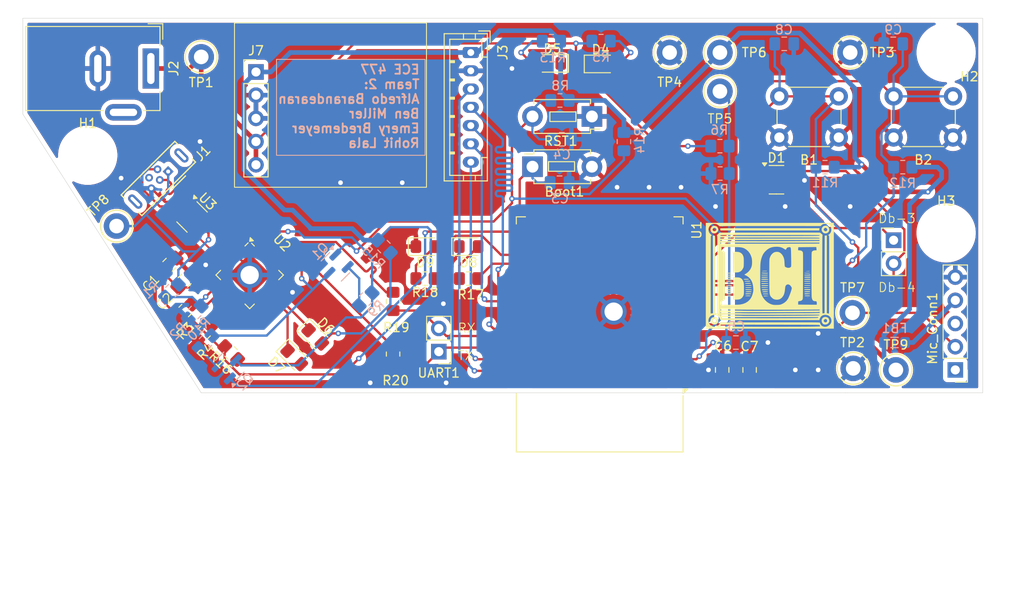
<source format=kicad_pcb>
(kicad_pcb (version 20240108) (generator "pcbnew") (generator_version "8.0")
  (layers (0 "F.Cu" signal) (31 "B.Cu" signal) (34 "B.Paste" user) (35 "F.Paste" user) (36 "B.SilkS" user "B.Silkscreen") (37 "F.SilkS" user "F.Silkscreen") (38 "B.Mask" user) (39 "F.Mask" user) (44 "Edge.Cuts" user))
  (net 0 "")
  (net 1 "+3.3V")
  (net 2 "/IO0")
  (net 3 "/EN")
  (net 4 "/Button1")
  (net 5 "/Button2")
  (net 6 "V_BUS")
  (net 7 "/USB_DP")
  (net 8 "/USB_DN")
  (net 9 "Net-(D4-A)")
  (net 10 "Net-(D5-A)")
  (net 11 "Net-(D6-A)")
  (net 12 "/TXT")
  (net 13 "Net-(D7-A)")
  (net 14 "/RXT")
  (net 15 "Net-(D8-A)")
  (net 16 "Net-(D9-A)")
  (net 20 "Gnd_Bat")
  (net 21 "Vbat")
  (net 22 "/O_CLK")
  (net 23 "/O_DC")
  (net 24 "/O_RST")
  (net 25 "/O_DIN")
  (net 26 "/O_CS")
  (net 27 "/Mic_In")
  (net 28 "/TX")
  (net 29 "/RX")
  (net 30 "/Debug_4")
  (net 31 "/Debug_3")
  (net 32 "Net-(Q1-B)")
  (net 33 "/RTS")
  (net 34 "/DTR")
  (net 35 "Net-(Q2-B)")
  (net 36 "Net-(U2-VBUS)")
  (net 37 "Net-(U2-~{RST})")
  (net 38 "Net-(U2-~{SUSPEND})")
  (net 39 "BAT_ADC")
  (net 40 "/Debug_1")
  (net 41 "/Debug_2")
  (net 42 "Net-(U2-TXD)")
  (net 43 "Net-(U2-RXD)")
  (net 75 "Net-(J1-D+)")
  (net 76 "Net-(J1-D-)")
  (net 77 "Vmic")
  (footprint "Capacitor_SMD:C_0805_2012Metric_Pad1.18x1.45mm_HandSolder" (layer "F.Cu") (at 179.5 88 90)
    (property "Reference" "C7")
    (property "Value" "22uF")
  )
  (footprint "Resistor_SMD:R_0805_2012Metric_Pad1.20x1.40mm_HandSolder" (layer "F.Cu") (at 148.75 78 180)
    (property "Reference" "R17")
    (property "Value" "220")
  )
  (footprint "LED_SMD:LED_0805_2012Metric_Pad1.15x1.40mm_HandSolder" (layer "F.Cu") (at 157.815 54.44 180)
    (property "Reference" "D5")
    (property "Value" "Power LED")
  )
  (footprint "Connector_PinHeader_2.54mm:PinHeader_1x05_P2.54mm_Vertical" (layer "F.Cu") (at 125.5 55.38)
    (property "Reference" "J7")
    (property "Value" "D30V30F3")
  )
  (footprint "Button_Switch_THT:SW_PUSH_1P1T_6x3.5mm_H4.3_APEM_MJTP1243" (layer "F.Cu") (at 155.75 65.75)
    (property "Reference" "Boot1")
    (property "Value" "Boot Button")
  )
  (footprint "RF_Module:ESP32-WROOM-32D" (layer "F.Cu") (at 163.1 81.12 180)
    (property "Reference" "U1")
    (property "Value" "ESP32-WROOM-32E")
  )
  (footprint "LED_SMD:LED_0805_2012Metric_Pad1.15x1.40mm_HandSolder" (layer "F.Cu") (at 148.775 74.5)
    (property "Reference" "D8")
    (property "Value" "RX_LED")
  )
  (footprint "Button_Switch_THT:SW_PUSH_6mm_H13mm" (layer "F.Cu") (at 195.25 58.05)
    (property "Reference" "B2")
    (property "Value" "Button 2")
  )
  (footprint "Package_DFN_QFN:QFN-28-1EP_5x5mm_P0.5mm_EP3.35x3.35mm" (layer "F.Cu") (at 124.810688 77.609995 -45)
    (property "Reference" "U2")
    (property "Value" "CP2102N-Axx-xQFN28")
  )
  (footprint "Resistor_SMD:R_0805_2012Metric_Pad1.20x1.40mm_HandSolder" (layer "F.Cu") (at 119.828428 83.914211 45)
    (property "Reference" "R4")
    (property "Value" "10k")
  )
  (footprint "Connector_BarrelJack:BarrelJack_Wuerth_6941xx301002" (layer "F.Cu") (at 114 55 -90)
    (property "Reference" "J2")
    (property "Value" "Barrel_Jack")
  )
  (footprint "TestPoint:TestPoint_Keystone_5010-5014_Multipurpose" (layer "F.Cu") (at 195.5 88)
    (property "Reference" "TP9")
    (property "Value" "Power")
  )
  (footprint "Connector_PinHeader_2.54mm:PinHeader_1x02_P2.54mm_Vertical" (layer "F.Cu") (at 145.5 86 180)
    (property "Reference" "UART1")
    (property "Value" "UART_Conn")
  )
  (footprint "TestPoint:TestPoint_Keystone_5010-5014_Multipurpose" (layer "F.Cu") (at 170.75 53.25)
    (property "Reference" "TP4")
    (property "Value" "GND 3")
  )
  (footprint "LED_SMD:LED_0805_2012Metric_Pad1.15x1.40mm_HandSolder" (layer "F.Cu") (at 163.275 54.5)
    (property "Reference" "D4")
    (property "Value" "Battery LED")
  )
  (footprint "TestPoint:TestPoint_Keystone_5010-5014_Multipurpose" (layer "F.Cu") (at 190.75 81.75)
    (property "Reference" "TP7")
    (property "Value" "Mic")
  )
  (footprint "Resistor_SMD:R_0805_2012Metric_Pad1.20x1.40mm_HandSolder" (layer "F.Cu") (at 117.75 81.5 -135)
    (property "Reference" "R3")
    (property "Value" "1k")
  )
  (footprint "LOGO" (layer "F.Cu") (at 181.71 77.68)
    (property "Reference" "G***" (hide yes))
    (property "Value" "LOGO" (hide yes))
  )
  (footprint "TestPoint:TestPoint_Keystone_5010-5014_Multipurpose" (layer "F.Cu") (at 119.51 53.73)
    (property "Reference" "TP1")
    (property "Value" "Bat TestPoint")
  )
  (footprint "Connector_PinHeader_2.54mm:PinHeader_1x02_P2.54mm_Vertical" (layer "F.Cu") (at 195.25 73.8)
    (property "Reference" "Debug1" (hide yes))
    (property "Value" "Debug Conn")
  )
  (footprint "Capacitor_SMD:C_0805_2012Metric_Pad1.18x1.45mm_HandSolder" (layer "F.Cu") (at 117.685058 78.233625 45)
    (property "Reference" "C2")
    (property "Value" "0.1uF")
  )
  (footprint "Package_TO_SOT_SMD:SOT-23-6" (layer "F.Cu") (at 182.438 67.1775)
    (property "Reference" "D1")
    (property "Value" "ESDA6V1BC6")
  )
  (footprint "MountingHole:MountingHole_2.5mm" (layer "F.Cu") (at 201 53.25)
    (property "Reference" "H2")
    (property "Value" "MountingHole")
  )
  (footprint "Button_Switch_THT:SW_PUSH_6mm_H13mm" (layer "F.Cu") (at 182.75 58.05)
    (property "Reference" "B1")
    (property "Value" "Button 1")
  )
  (footprint "TestPoint:TestPoint_Keystone_5010-5014_Multipurpose" (layer "F.Cu") (at 110.25 72.25)
    (property "Reference" "TP8")
    (property "Value" "VUSB")
  )
  (footprint "Connector_JST:JST_PH_B7B-PH-K_1x07_P2.00mm_Vertical" (layer "F.Cu") (at 149 53.25 -90)
    (property "Reference" "J3")
    (property "Value" "OLED JST PH 7pin")
  )
  (footprint "Button_Switch_THT:SW_PUSH_1P1T_6x3.5mm_H4.3_APEM_MJTP1243" (layer "F.Cu") (at 162.25 60.25 180)
    (property "Reference" "RST1")
    (property "Value" "RST Button")
  )
  (footprint "LED_SMD:LED_0805_2012Metric_Pad1.15x1.40mm_HandSolder" (layer "F.Cu") (at 129.684267 86.632489 -45)
    (property "Reference" "D7")
    (property "Value" "RX_LED")
  )
  (footprint "LED_SMD:LED_0805_2012Metric_Pad1.15x1.40mm_HandSolder" (layer "F.Cu") (at 144.025 74.5)
    (property "Reference" "D9")
    (property "Value" "RX_LED")
  )
  (footprint "TestPoint:TestPoint_Keystone_5010-5014_Multipurpose" (layer "F.Cu") (at 190.83 87.83)
    (property "Reference" "TP2")
    (property "Value" "GND 1")
  )
  (footprint "Resistor_SMD:R_0805_2012Metric_Pad1.20x1.40mm_HandSolder" (layer "F.Cu") (at 140.5 80.5 90)
    (property "Reference" "R19")
    (property "Value" "0")
  )
  (footprint "Resistor_SMD:R_0805_2012Metric_Pad1.20x1.40mm_HandSolder" (layer "F.Cu") (at 122.785439 86.143559 -45)
    (property "Reference" "R16")
    (property "Value" "220")
  )
  (footprint "TestPoint:TestPoint_Keystone_5010-5014_Multipurpose" (layer "F.Cu") (at 176.25 57.5)
    (property "Reference" "TP5")
    (property "Value" "ADC")
  )
  (footprint "Package_TO_SOT_SMD:SOT-23-6" (layer "F.Cu") (at 118.506918 71.252583 -45)
    (property "Reference" "U3")
    (property "Value" "USBLC6-2SC6")
  )
  (footprint "LED_SMD:LED_0805_2012Metric_Pad1.15x1.40mm_HandSolder" (layer "F.Cu") (at 131.982364 84.376818 -45)
    (property "Reference" "D6")
    (property "Value" "TX_LED")
  )
  (footprint "Resistor_SMD:R_0805_2012Metric_Pad1.20x1.40mm_HandSolder" (layer "F.Cu") (at 140.5 86.2625 90)
    (property "Reference" "R20")
    (property "Value" "0")
  )
  (footprint "Capacitor_SMD:C_0805_2012Metric_Pad1.18x1.45mm_HandSolder" (layer "F.Cu") (at 116.016377 76.483624 45)
    (property "Reference" "C1")
    (property "Value" "10uF")
  )
  (footprint "TestPoint:TestPoint_Keystone_5010-5014_Multipurpose" (layer "F.Cu") (at 190.5 53.25)
    (property "Reference" "TP3")
    (property "Value" "GND 2")
  )
  (footprint "Resistor_SMD:R_0805_2012Metric_Pad1.20x1.40mm_HandSolder" (layer "F.Cu") (at 144 78 180)
    (property "Reference" "R18")
    (property "Value" "220")
  )
  (footprint "MountingHole:MountingHole_2.5mm" (layer "F.Cu") (at 201 73)
    (property "Reference" "H3")
    (property "Value" "MountingHole")
  )
  (footprint "MountingHole:MountingHole_2.5mm" (layer "F.Cu") (at 107.1 64.5)
    (property "Reference" "H1")
    (property "Value" "MountingHole")
  )
  (footprint "Connector_PinHeader_2.54mm:PinHeader_1x05_P2.54mm_Vertical" (layer "F.Cu") (at 202 88 180)
    (property "Reference" "Mic_Conn1")
    (property "Value" "Conn_01x05_Socket")
  )
  (footprint "Connector_USB:USB_Micro-B_Wuerth_614105150721_Vertical" (layer "F.Cu") (at 115.894896 66.280231 -135)
    (property "Reference" "J1")
    (property "Value" "USB_B_Micro")
  )
  (footprint "TestPoint:TestPoint_Keystone_5010-5014_Multipurpose" (layer "F.Cu") (at 176.25 53.25)
    (property "Reference" "TP6")
    (property "Value" "Power")
  )
  (footprint "Capacitor_SMD:C_0805_2012Metric_Pad1.18x1.45mm_HandSolder" (layer "F.Cu") (at 176.5 88 90)
    (property "Reference" "C6")
    (property "Value" "0.1uF")
  )
  (footprint "Package_TO_SOT_SMD:SOT-23" (layer "B.Cu") (at 134.196339 76.713862 -135)
    (property "Reference" "Q1")
    (property "Value" "SS8050-G")
  )
  (footprint "Package_TO_SOT_SMD:SOT-23" (layer "B.Cu") (at 122.631068 87.600377 45)
    (property "Reference" "Q2")
    (property "Value" "SS8050-G")
  )
  (footprint "Resistor_SMD:R_0805_2012Metric_Pad1.20x1.40mm_HandSolder" (layer "B.Cu") (at 176.27 66.5 180)
    (property "Reference" "R7")
    (property "Value" "3M")
  )
  (footprint "Resistor_SMD:R_0805_2012Metric_Pad1.20x1.40mm_HandSolder" (layer "B.Cu") (at 158.75 58.5)
    (property "Reference" "R8")
    (property "Value" "10k")
  )
  (footprint "Capacitor_SMD:C_0805_2012Metric_Pad1.18x1.45mm_HandSolder" (layer "B.Cu") (at 195.2125 52.3 180)
    (property "Reference" "C9")
    (property "Value" "0.1uF")
  )
  (footprint "Capacitor_SMD:C_0805_2012Metric_Pad1.18x1.45mm_HandSolder" (layer "B.Cu") (at 183.2875 52.3)
    (property "Reference" "C8")
    (property "Value" "0.1uF")
  )
  (footprint "Resistor_SMD:R_0805_2012Metric_Pad1.20x1.40mm_HandSolder" (layer "B.Cu") (at 137.5 80.25 45)
    (property "Reference" "R9")
    (property "Value" "10k")
  )
  (footprint "Capacitor_SMD:C_0805_2012Metric_Pad1.18x1.45mm_HandSolder" (layer "B.Cu") (at 158.7125 67.5 180)
    (property "Reference" "C3")
    (property "Value" "0.1uF")
  )
  (footprint "Resistor_SMD:R_0805_2012Metric_Pad1.20x1.40mm_HandSolder" (layer "B.Cu") (at 116.304662 79.317138 45)
    (property "Reference" "R1")
    (property "Value" "22.1K")
  )
  (footprint "Resistor_SMD:R_0805_2012Metric_Pad1.20x1.40mm_HandSolder" (layer "B.Cu") (at 119.979417 84.948724 45)
    (property "Reference" "R10")
    (property "Value" "10k")
  )
  (footprint "Resistor_SMD:R_0805_2012Metric_Pad1.20x1.40mm_HandSolder" (layer "B.Cu") (at 165.75 63 90)
    (property "Reference" "R14")
    (property "Value" "10k")
  )
  (footprint "Resistor_SMD:R_0805_2012Metric_Pad1.20x1.40mm_HandSolder" (layer "B.Cu") (at 163.25 52)
    (property "Reference" "R5")
    (property "Value" "2k")
  )
  (footprint "Resistor_SMD:R_0805_2012Metric_Pad1.20x1.40mm_HandSolder" (layer "B.Cu") (at 139.5 74.5 -45)
    (property "Reference" "R15")
    (property "Value" "220")
  )
  (footprint "Resistor_SMD:R_0805_2012Metric_Pad1.20x1.40mm_HandSolder" (layer "B.Cu") (at 176.25 63.5)
    (property "Reference" "R6")
    (property "Value" "6M")
  )
  (footprint "Resistor_SMD:R_0805_2012Metric_Pad1.20x1.40mm_HandSolder" (layer "B.Cu") (at 187.75 65.8 180)
    (property "Reference" "R11")
    (property "Value" "10k")
  )
  (footprint "Resistor_SMD:R_0805_2012Metric_Pad1.20x1.40mm_HandSolder" (layer "B.Cu") (at 118.792893 81.707107 -135)
    (property "Reference" "R2")
    (property "Value" "47.5k")
  )
  (footprint "Capacitor_SMD:C_0805_2012Metric_Pad1.18x1.45mm_HandSolder" (layer "B.Cu") (at 158.9625 62.75)
    (property "Reference" "C4")
    (property "Value" "0.1uF")
  )
  (footprint "Capacitor_SMD:C_0805_2012Metric_Pad1.18x1.45mm_HandSolder" (layer "B.Cu") (at 178 85)
    (property "Reference" "C5")
    (property "Value" "10uF")
  )
  (footprint "Resistor_SMD:R_0805_2012Metric_Pad1.20x1.40mm_HandSolder" (layer "B.Cu") (at 196.25 65.8 180)
    (property "Reference" "R12")
    (property "Value" "10k")
  )
  (footprint "Resistor_SMD:R_0805_2012Metric_Pad1.20x1.40mm_HandSolder" (layer "B.Cu") (at 157.82 52.01 180)
    (property "Reference" "R13")
    (property "Value" "220")
  )
  (footprint "Inductor_SMD:L_0805_2012Metric_Pad1.05x1.20mm_HandSolder" (layer "B.Cu") (at 195.35 85 180)
    (property "Reference" "FB1")
    (property "Value" "FerriteBead")
  )
  (gr_rect (start 127.75 54) (end 144 64.5) (stroke (width 0.1)) (fill none) (layer "B.SilkS"))
  (gr_rect (start 123.15 50) (end 144.15 68) (stroke (width 0.1)) (fill none) (layer "F.SilkS"))
  (gr_line (start 190 90.5) (end 119.5 90.5) (stroke (width 0.05)) (layer "Edge.Cuts"))
  (gr_line (start 190 49.5) (end 205 49.5) (stroke (width 0.05)) (layer "Edge.Cuts"))
  (gr_line (start 100 60) (end 119.5 90.5) (stroke (width 0.05)) (layer "Edge.Cuts"))
  (gr_line (start 205 90.5) (end 205 49.5) (stroke (width 0.05)) (layer "Edge.Cuts"))
  (gr_line (start 100 49.5) (end 190 49.5) (stroke (width 0.05)) (layer "Edge.Cuts"))
  (gr_line (start 190 90.5) (end 205 90.5) (stroke (width 0.05)) (layer "Edge.Cuts"))
  (gr_line (start 100 49.5) (end 100 60) (stroke (width 0.05)) (layer "Edge.Cuts"))
  (gr_text "ECE 477\nTeam 2:\nAlfredo Barandearan\nBen Miller\nEmery Bredemeyer\nRohit Lala" (at 143.5 63.75 0) (layer "B.SilkS") (effects (font (size 1 1) (thickness 0.2) (bold yes)) (justify left bottom mirror)))
  (gr_text "TX" (at 147.5 87 0) (layer "F.SilkS") (effects (font (size 1 1) (thickness 0.1)) (justify left bottom)))
  (gr_text "Db-3" (at 193.5 72 0) (layer "F.SilkS") (effects (font (size 1 1) (thickness 0.1)) (justify left bottom)))
  (gr_text "RX" (at 147.5 84 0) (layer "F.SilkS") (effects (font (size 1 1) (thickness 0.1)) (justify left bottom)))
  (gr_text "Db-4" (at 193.5 79.55 0) (layer "F.SilkS") (effects (font (size 1 1) (thickness 0.1)) (justify left bottom)))
  (segment (start 122.078331 85.436451) (end 122.078331 86.888849) (width 0.254) (layer "F.Cu") (net 1))
  (segment (start 121.579371 76.5) (end 122.017616 76.938245) (width 0.254) (layer "F.Cu") (net 1))
  (segment (start 121.453908 85.436451) (end 122.078331 85.436451) (width 0.254) (layer "F.Cu") (net 1))
  (segment (start 115.282754 77.298568) (end 116.951435 78.967249) (width 0.254) (layer "F.Cu") (net 1))
  (segment (start 176.5 89.0375) (end 174.5375 89.0375) (width 0.508) (layer "F.Cu") (net 1))
  (segment (start 118.224565 82.207108) (end 121.453908 85.436451) (width 0.254) (layer "F.Cu") (net 1))
  (segment (start 181.9625 89.0375) (end 185.5 85.5) (width 0.508) (layer "F.Cu") (net 1))
  (segment (start 117.042892 82.207108) (end 118.224565 82.207108) (width 0.254) (layer "F.Cu") (net 1))
  (segment (start 119.17544 78.967249) (end 116.951435 78.967249) (width 0.254) (layer "F.Cu") (net 1))
  (segment (start 122.017616 76.938244) (end 122.37117 76.58469) (width 0.254) (layer "F.Cu") (net 1))
  (segment (start 115.282754 80.44697) (end 117.042892 82.207108) (width 0.254) (layer "F.Cu") (net 1))
  (segment (start 185.5 85.5) (end 193 85.5) (width 0.508) (layer "F.Cu") (net 1))
  (segment (start 122.017616 76.938245) (end 122.017616 76.938244) (width 0.254) (layer "F.Cu") (net 1))
  (segment (start 122.078331 86.888849) (end 123.67666 88.487178) (width 0.254) (layer "F.Cu") (net 1))
  (segment (start 123.67666 88.487178) (end 135.012822 88.487178) (width 0.254) (layer "F.Cu") (net 1))
  (segment (start 193 85.5) (end 195.5 88) (width 0.508) (layer "F.Cu") (net 1))
  (segment (start 121.611031 76.531658) (end 119.17544 78.967249) (width 0.254) (layer "F.Cu") (net 1))
  (segment (start 194.75 68.5) (end 199 68.5) (width 0.508) (layer "F.Cu") (net 1))
  (segment (start 115.282754 77.217248) (end 115.282754 77.298568) (width 0.254) (layer "F.Cu") (net 1))
  (segment (start 179.5 89.0375) (end 181.9625 89.0375) (width 0.508) (layer "F.Cu") (net 1))
  (segment (start 179.5 89.0375) (end 176.5 89.0375) (width 0.508) (layer "F.Cu") (net 1))
  (segment (start 191.75 65.5) (end 194.75 68.5) (width 0.508) (layer "F.Cu") (net 1))
  (segment (start 135.012822 88.487178) (end 136.75 86.75) (width 0.254) (layer "F.Cu") (net 1))
  (segment (start 115.282754 77.217248) (end 115.282754 80.44697) (width 0.254) (layer "F.Cu") (net 1))
  (segment (start 174.5375 89.0375) (end 173.6 88.1) (width 0.508) (layer "F.Cu") (net 1))
  (segment (start 173.6 88.1) (end 171.85 88.1) (width 0.508) (layer "F.Cu") (net 1))
  (via (at 136.75 86.75) (size 0.6) (drill 0.3) (layers "F.Cu" "B.Cu") (net 1))
  (via (at 191.75 65.5) (size 0.6) (drill 0.3) (layers "F.Cu" "B.Cu") (net 1))
  (via (at 199 68.5) (size 0.6) (drill 0.3) (layers "F.Cu" "B.Cu") (net 1))
  (segment (start 152.144 50.856) (end 157.666 50.856) (width 0.508) (layer "B.Cu") (net 1))
  (segment (start 191.45 65.8) (end 191.75 65.5) (width 0.508) (layer "B.Cu") (net 1))
  (segment (start 191 57.159966) (end 191 64) (width 0.508) (layer "B.Cu") (net 1))
  (segment (start 144.259712 72.373) (end 140.212784 72.373) (width 0.254) (layer "B.Cu") (net 1))
  (segment (start 136.75 86.75) (end 144.627 78.873) (width 0.254) (layer "B.Cu") (net 1))
  (segment (start 125.5 55.38) (end 127.12 55.38) (width 0.508) (layer "B.Cu") (net 1))
  (segment (start 196.996 81.354) (end 196.996 69.87884) (width 0.508) (layer "B.Cu") (net 1))
  (segment (start 176.25 53.25) (end 178.379 51.121) (width 0.508) (layer "B.Cu") (net 1))
  (segment (start 200.5 67) (end 200.5 66.25) (width 0.508) (layer "B.Cu") (net 1))
  (segment (start 149.75 53.25) (end 152.144 50.856) (width 0.508) (layer "B.Cu") (net 1))
  (segment (start 194.2 85) (end 194.2 86.7) (width 0.508) (layer "B.Cu") (net 1))
  (segment (start 159.75 58.5) (end 163.658 58.5) (width 0.508) (layer "B.Cu") (net 1))
  (segment (start 198.37484 68.5) (end 199 68.5) (width 0.508) (layer "B.Cu") (net 1))
  (segment (start 128.615865 70.5) (end 124.196 66.080135) (width 0.508) (layer "B.Cu") (net 1))
  (segment (start 165.75 62) (end 167.5 62) (width 0.508) (layer "B.Cu") (net 1))
  (segment (start 131.467248 72.467248) (end 129.5 70.5) (width 0.508) (layer "B.Cu") (net 1))
  (segment (start 137.292892 73.792892) (end 136.032754 72.532754) (width 0.508) (layer "B.Cu") (net 1))
  (segment (start 167.5 62) (end 176.25 53.25) (width 0.508) (layer "B.Cu") (net 1))
  (segment (start 194.2 85) (end 194.2 84.15) (width 0.508) (layer "B.Cu") (net 1))
  (segment (start 165.75 60.592) (end 165.75 62) (width 0.508) (layer "B.Cu") (net 1))
  (segment (start 129.25 53.25) (end 149 53.25) (width 0.508) (layer "B.Cu") (net 1))
  (segment (start 200.05 65.8) (end 197.25 65.8) (width 0.508) (layer "B.Cu") (net 1))
  (segment (start 124.196 56.684) (end 125.5 55.38) (width 0.508) (layer "B.Cu") (net 1))
  (segment (start 178.379 51.121) (end 184.961034 51.121) (width 0.508) (layer "B.Cu") (net 1))
  (segment (start 124.196 66.080135) (end 124.196 56.684) (width 0.508) (layer "B.Cu") (net 1))
  (segment (start 140.212784 72.373) (end 138.792892 73.792892) (width 0.254) (layer "B.Cu") (net 1))
  (segment (start 144.627 78.873) (end 144.627 72.740288) (width 0.254) (layer "B.Cu") (net 1))
  (segment (start 200.5 66.25) (end 200.05 65.8) (width 0.508) (layer "B.Cu") (net 1))
  (segment (start 138.792892 73.792892) (end 137.292892 73.792892) (width 0.508) (layer "B.Cu") (net 1))
  (segment (start 163.658 58.5) (end 165.75 60.592) (width 0.508) (layer "B.Cu") (net 1))
  (segment (start 158.82 52.01) (end 158.82 57.57) (width 0.508) (layer "B.Cu") (net 1))
  (segment (start 149 53.25) (end 149.75 53.25) (width 0.508) (layer "B.Cu") (net 1))
  (segment (start 127.12 55.38) (end 129.25 53.25) (width 0.508) (layer "B.Cu") (net 1))
  (segment (start 157.666 50.856) (end 158.82 52.01) (width 0.508) (layer "B.Cu") (net 1))
  (segment (start 131.467248 72.532754) (end 131.467248 72.467248) (width 0.508) (layer "B.Cu") (net 1))
  (segment (start 191 64) (end 191 64.75) (width 0.508) (layer "B.Cu") (net 1))
  (segment (start 199 68.5) (end 200.5 67) (width 0.508) (layer "B.Cu") (net 1))
  (segment (start 184.961034 51.121) (end 191 57.159966) (width 0.508) (layer "B.Cu") (net 1))
  (segment (start 194.2 84.15) (end 196.996 81.354) (width 0.508) (layer "B.Cu") (net 1))
  (segment (start 129.5 70.5) (end 128.615865 70.5) (width 0.508) (layer "B.Cu") (net 1))
  (segment (start 131.467248 72.532754) (end 136.032754 72.532754) (width 0.508) (layer "B.Cu") (net 1))
  (segment (start 188.75 65.8) (end 191.45 65.8) (width 0.508) (layer "B.Cu") (net 1))
  (segment (start 158.82 57.57) (end 159.75 58.5) (width 0.508) (layer "B.Cu") (net 1))
  (segment (start 196.996 69.87884) (end 198.37484 68.5) (width 0.508) (layer "B.Cu") (net 1))
  (segment (start 194.2 86.7) (end 195.5 88) (width 0.508) (layer "B.Cu") (net 1))
  (segment (start 191 64.75) (end 191.75 65.5) (width 0.508) (layer "B.Cu") (net 1))
  (segment (start 144.627 72.740288) (end 144.259712 72.373) (width 0.254) (layer "B.Cu") (net 1))
  (segment (start 144.14 72.86) (end 144 73) (width 0.254) (layer "F.Cu") (net 2))
  (segment (start 154.35 72.86) (end 154.35 67.15) (width 0.254) (layer "F.Cu") (net 2))
  (segment (start 154.35 72.86) (end 144.14 72.86) (width 0.254) (layer "F.Cu") (net 2))
  (segment (start 154.35 67.15) (end 155.75 65.75) (width 0.254) (layer "F.Cu") (net 2))
  (via (at 144 73) (size 0.6) (drill 0.3) (layers "F.Cu" "B.Cu") (net 2))
  (segment (start 156.25 67.5) (end 155.75 67) (width 0.254) (layer "B.Cu") (net 2))
  (segment (start 162 68.75) (end 165.75 65) (width 0.254) (layer "B.Cu") (net 2))
  (segment (start 131.892053 89.75) (end 123.454866 89.75) (width 0.254) (layer "B.Cu") (net 2))
  (segment (start 123.454866 89.75) (end 122.639908 88.935042) (width 0.254) (layer "B.Cu") (net 2))
  (segment (start 144 77.642053) (end 131.892053 89.75) (width 0.254) (layer "B.Cu") (net 2))
  (segment (start 165.75 65) (end 165.75 64) (width 0.254) (layer "B.Cu") (net 2))
  (segment (start 144 73) (end 144 77.642053) (width 0.254) (layer "B.Cu") (net 2))
  (segment (start 157.675 68.425) (end 158 68.75) (width 0.254) (layer "B.Cu") (net 2))
  (segment (start 157.675 67.5) (end 157.675 68.425) (width 0.254) (layer "B.Cu") (net 2))
  (segment (start 158 68.75) (end 162 68.75) (width 0.254) (layer "B.Cu") (net 2))
  (segment (start 157.675 67.5) (end 156.25 67.5) (width 0.254) (layer "B.Cu") (net 2))
  (segment (start 155.75 67) (end 155.75 65.75) (width 0.254) (layer "B.Cu") (net 2))
  (segment (start 153.5 62.5) (end 155.75 60.25) (width 0.254) (layer "F.Cu") (net 3))
  (segment (start 153.5 69.75) (end 153.5 62.5) (width 0.254) (layer "F.Cu") (net 3))
  (segment (start 139.75 71.75) (end 151.5 71.75) (width 0.254) (layer "F.Cu") (net 3))
  (segment (start 171.85 86.83) (end 173.67 86.83) (width 0.254) (layer "F.Cu") (net 3))
  (segment (start 173.67 86.83) (end 174 86.5) (width 0.254) (layer "F.Cu") (net 3))
  (segment (start 151.5 71.75) (end 153.5 69.75) (width 0.254) (layer "F.Cu") (net 3))
  (segment (start 136.5 75) (end 139.75 71.75) (width 0.254) (layer "F.Cu") (net 3))
  (via (at 136.5 75) (size 0.6) (drill 0.3) (layers "F.Cu" "B.Cu") (net 3))
  (via (at 153.5 69.25) (size 0.6) (drill 0.3) (layers "F.Cu" "B.Cu") (net 3))
  (via (at 174 86.5) (size 0.6) (drill 0.3) (layers "F.Cu" "B.Cu") (net 3))
  (segment (start 157.925 62.75) (end 156.5 62.75) (width 0.254) (layer "B.Cu") (net 3))
  (segment (start 174.75 85.75) (end 174.75 84) (width 0.254) (layer "B.Cu") (net 3))
  (segment (start 157.75 58.5) (end 156.75 58.5) (width 0.254) (layer "B.Cu") (net 3))
  (segment (start 134.187499 75.379197) (end 134.187499 75.312501) (width 0.254) (layer "B.Cu") (net 3))
  (segment (start 156.75 58.5) (end 155.75 59.5) (width 0.254) (layer "B.Cu") (net 3))
  (segment (start 134.187499 75.312501) (end 135.25 74.25) (width 0.254) (layer "B.Cu") (net 3))
  (segment (start 172.5 69.25) (end 153.5 69.25) (width 0.254) (layer "B.Cu") (net 3))
  (segment (start 155.75 62) (end 155.75 60.25) (width 0.254) (layer "B.Cu") (net 3))
  (segment (start 135.25 74.25) (end 135.75 74.25) (width 0.254) (layer "B.Cu") (net 3))
  (segment (start 156.5 62.75) (end 155.75 62) (width 0.254) (layer "B.Cu") (net 3))
  (segment (start 176.25 73) (end 172.5 69.25) (width 0.254) (layer "B.Cu") (net 3))
  (segment (start 135.75 74.25) (end 136.5 75) (width 0.254) (layer "B.Cu") (net 3))
  (segment (start 174 86.5) (end 174.75 85.75) (width 0.254) (layer "B.Cu") (net 3))
  (segment (start 174.75 84) (end 176.25 82.5) (width 0.254) (layer "B.Cu") (net 3))
  (segment (start 155.75 59.5) (end 155.75 60.25) (width 0.254) (layer "B.Cu") (net 3))
  (segment (start 176.25 82.5) (end 176.25 73) (width 0.254) (layer "B.Cu") (net 3))
  (segment (start 179.324 65.532) (end 179.324 61.476) (width 0.254) (layer "F.Cu") (net 4))
  (segment (start 174.272947 78.731) (end 189.019 78.731) (width 0.254) (layer "F.Cu") (net 4))
  (segment (start 191.377 76.373) (end 191.377 74.627) (width 0.254) (layer "F.Cu") (net 4))
  (segment (start 173.481947 77.94) (end 174.272947 78.731) (width 0.254) (layer "F.Cu") (net 4))
  (segment (start 179.324 61.476) (end 182.75 58.05) (width 0.254) (layer "F.Cu") (net 4))
  (segment (start 182.75 58.05) (end 189.25 58.05) (width 0.254) (layer "F.Cu") (net 4))
  (segment (start 189.019 78.731) (end 191.377 76.373) (width 0.254) (layer "F.Cu") (net 4))
  (segment (start 171.85 77.94) (end 173.481947 77.94) (width 0.254) (layer "F.Cu") (net 4))
  (segment (start 180.0195 66.2275) (end 179.324 65.532) (width 0.254) (layer "F.Cu") (net 4))
  (segment (start 191.377 74.627) (end 190.75 74) (width 0.254) (layer "F.Cu") (net 4))
  (segment (start 181.3005 66.2275) (end 180.0195 66.2275) (width 0.254) (layer "F.Cu") (net 4))
  (via (at 190.75 74) (size 0.6) (drill 0.3) (layers "F.Cu" "B.Cu") (net 4))
  (segment (start 182.78 58.02) (end 182.75 58.05) (width 0.254) (layer "B.Cu") (net 4))
  (segment (start 182.25 52.3) (end 182.25 54.77) (width 0.254) (layer "B.Cu") (net 4))
  (segment (start 182.25 54.77) (end 182.78 55.3) (width 0.254) (layer "B.Cu") (net 4))
  (segment (start 182.78 55.3) (end 182.78 58.02) (width 0.254) (layer "B.Cu") (net 4))
  (segment (start 186.75 65.8) (end 186.75 70) (width 0.254) (layer "B.Cu") (net 4))
  (segment (start 186.75 60.55) (end 186.75 65.8) (width 0.254) (layer "B.Cu") (net 4))
  (segment (start 186.75 70) (end 190.75 74) (width 0.254) (layer "B.Cu") (net 4))
  (segment (start 189.25 58.05) (end 186.75 60.55) (width 0.254) (layer "B.Cu") (net 4))
  (segment (start 178.816 67.056) (end 178.816 59.434) (width 0.254) (layer "F.Cu") (net 5))
  (segment (start 181.3005 68.1275) (end 179.8875 68.1275) (width 0.254) (layer "F.Cu") (net 5))
  (segment (start 179.8875 68.1275) (end 178.816 67.056) (width 0.254) (layer "F.Cu") (net 5))
  (segment (start 181.862 56.388) (end 193.588 56.388) (width 0.254) (layer "F.Cu") (net 5))
  (segment (start 190.75 76) (end 188.473 78.277) (width 0.254) (layer "F.Cu") (net 5))
  (segment (start 193.588 56.388) (end 195.25 58.05) (width 0.254) (layer "F.Cu") (net 5))
  (segment (start 178.816 59.434) (end 181.862 56.388) (width 0.254) (layer "F.Cu") (net 5))
  (segment (start 172.854 76.67) (end 171.85 76.67) (width 0.254) (layer "F.Cu") (net 5))
  (segment (start 174.461 78.277) (end 172.854 76.67) (width 0.254) (layer "F.Cu") (net 5))
  (segment (start 188.473 78.277) (end 174.461 78.277) (width 0.254) (layer "F.Cu") (net 5))
  (via (at 190.75 76) (size 0.6) (drill 0.3) (layers "F.Cu" "B.Cu") (net 5))
  (segment (start 192.25 72) (end 195.25 69) (width 0.254) (layer "B.Cu") (net 5))
  (segment (start 195.25 58.05) (end 201.75 58.05) (width 0.254) (layer "B.Cu") (net 5))
  (segment (start 195.25 55.72) (end 196.25 54.72) (width 0.254) (layer "B.Cu") (net 5))
  (segment (start 195.25 69) (end 195.25 65.8) (width 0.254) (layer "B.Cu") (net 5))
  (segment (start 193.923 64.473) (end 195.25 65.8) (width 0.254) (layer "B.Cu") (net 5))
  (segment (start 190.75 76) (end 192.25 74.5) (width 0.254) (layer "B.Cu") (net 5))
  (segment (start 195.25 60.673338) (end 193.923 62.000338) (width 0.254) (layer "B.Cu") (net 5))
  (segment (start 193.923 62.000338) (end 193.923 64.473) (width 0.254) (layer "B.Cu") (net 5))
  (segment (start 192.25 74.5) (end 192.25 72) (width 0.254) (layer "B.Cu") (net 5))
  (segment (start 195.25 58.05) (end 195.25 60.673338) (width 0.254) (layer "B.Cu") (net 5))
  (segment (start 195.25 55.72) (end 195.25 58.05) (width 0.254) (layer "B.Cu") (net 5))
  (segment (start 196.25 52.3) (end 196.25 54.72) (width 0.254) (layer "B.Cu") (net 5))
  (segment (start 120.312265 73.743735) (end 120.312265 73.038056) (width 0.254) (layer "F.Cu") (net 6))
  (segment (start 120.312265 73.038056) (end 119.311252 72.037043) (width 0.254) (layer "F.Cu") (net 6))
  (via (at 120.312265 73.743735) (size 0.6) (drill 0.3) (layers "F.Cu" "B.Cu") (net 6))
  (segment (start 119.153 74.903) (end 117.011769 77.044231) (width 0.254) (layer "B.Cu") (net 6))
  (segment (start 112.229898 72.25) (end 113.489949 70.989949) (width 0.254) (layer "B.Cu") (net 6))
  (segment (start 113.489949 70.989949) (end 115.894896 68.585002) (width 0.254) (layer "B.Cu") (net 6))
  (segment (start 119.028 75.028) (end 117.528 75.028) (width 0.254) (layer "B.Cu") (net 6))
  (segment (start 119.153 74.903) (end 119.028 75.028) (width 0.254) (layer "B.Cu") (net 6))
  (segment (start 120.312265 73.743735) (end 119.153 74.903) (width 0.254) (layer "B.Cu") (net 6))
  (segment (start 117.528 75.028) (end 113.489949 70.989949) (width 0.254) (layer "B.Cu") (net 6))
  (segment (start 110.25 72.25) (end 112.229898 72.25) (width 0.254) (layer "B.Cu") (net 6))
  (segment (start 117.011769 77.044231) (end 117.011769 78.610031) (width 0.254) (layer "B.Cu") (net 6))
  (segment (start 115.894896 68.585002) (end 115.894896 66.280231) (width 0.254) (layer "B.Cu") (net 6))
  (segment (start 121.871643 73.253932) (end 121.871643 74.67095) (width 0.2) (layer "F.Cu") (net 7))
  (segment (start 119.983003 71.365292) (end 121.871643 73.253932) (width 0.2) (layer "F.Cu") (net 7))
  (segment (start 121.871643 74.67095) (end 122.67169 75.470997) (width 0.2) (layer "F.Cu") (net 7))
  (segment (start 121.618537 75.12495) (end 122.318137 75.82455) (width 0.2) (layer "F.Cu") (net 8))
  (segment (start 122.318137 75.82455) (end 122.212071 75.82455) (width 0.2) (layer "F.Cu") (net 8))
  (segment (start 118.889147 73.169147) (end 120.84495 75.12495) (width 0.2) (layer "F.Cu") (net 8))
  (segment (start 118.639501 72.708794) (end 118.889147 72.95844) (width 0.2) (layer "F.Cu") (net 8))
  (segment (start 120.84495 75.12495) (end 121.618537 75.12495) (width 0.2) (layer "F.Cu") (net 8))
  (segment (start 118.889147 72.95844) (end 118.889147 73.169147) (width 0.2) (layer "F.Cu") (net 8))
  (segment (start 164.3 54.5) (end 165.25 54.5) (width 0.254) (layer "F.Cu") (net 9))
  (segment (start 165.25 54.5) (end 166.5 53.25) (width 0.254) (layer "F.Cu") (net 9))
  (via (at 166.5 53.25) (size 0.6) (drill 0.3) (layers "F.Cu" "B.Cu") (net 9))
  (segment (start 165.25 52) (end 166.5 53.25) (width 0.254) (layer "B.Cu") (net 9))
  (segment (start 164.25 52) (end 165.25 52) (width 0.254) (layer "B.Cu") (net 9))
  (segment (start 155.69 54.44) (end 154.5 53.25) (width 0.254) (layer "F.Cu") (net 10))
  (segment (start 156.79 54.44) (end 155.69 54.44) (width 0.254) (layer "F.Cu") (net 10))
  (via (at 154.5 53.25) (size 0.6) (drill 0.3) (layers "F.Cu" "B.Cu") (net 10))
  (segment (start 156.82 52.01) (end 155.74 52.01) (width 0.254) (layer "B.Cu") (net 10))
  (segment (start 155.74 52.01) (end 154.5 53.25) (width 0.254) (layer "B.Cu") (net 10))
  (segment (start 133.808749 84) (end 132.707148 85.101601) (width 0.254) (layer "F.Cu") (net 11))
  (segment (start 134.5 84) (end 133.808749 84) (width 0.254) (layer "F.Cu") (net 11))
  (via (at 134.5 84) (size 0.6) (drill 0.3) (layers "F.Cu" "B.Cu") (net 11))
  (segment (start 140.207108 75.207108) (end 140.207108 80.792892) (width 0.254) (layer "B.Cu") (net 11))
  (segment (start 137 84) (end 134.5 84) (width 0.254) (layer "B.Cu") (net 11))
  (segment (start 140.207108 80.792892) (end 137 84) (width 0.254) (layer "B.Cu") (net 11))
  (segment (start 131.25758 83.652035) (end 131.25758 83.34978) (width 0.254) (layer "F.Cu") (net 12))
  (segment (start 131.25758 83.34978) (end 126.896653 78.988853) (width 0.254) (layer "F.Cu") (net 12))
  (segment (start 130.409051 87.357272) (end 123.999152 87.357272) (width 0.254) (layer "F.Cu") (net 13))
  (segment (start 123.999152 87.357272) (end 123.492547 86.850667) (width 0.254) (layer "F.Cu") (net 13))
  (segment (start 128.959483 81.75879) (end 126.5431 79.342407) (width 0.254) (layer "F.Cu") (net 14))
  (segment (start 128.959483 85.907706) (end 128.959483 81.75879) (width 0.254) (layer "F.Cu") (net 14))
  (segment (start 147.75 76.55) (end 149.8 74.5) (width 0.254) (layer "F.Cu") (net 15))
  (segment (start 147.75 78) (end 147.75 76.55) (width 0.254) (layer "F.Cu") (net 15))
  (segment (start 143 76.55) (end 145.05 74.5) (width 0.254) (layer "F.Cu") (net 16))
  (segment (start 143 78) (end 143 76.55) (width 0.254) (layer "F.Cu") (net 16))
  (segment (start 147.75 75.25) (end 146.75 76.25) (width 0.254) (layer "F.Cu") (net 20))
  (segment (start 123.43183 75.52403) (end 124.810688 76.902888) (width 0.254) (layer "F.Cu") (net 20))
  (segment (start 116.870209 69.596) (end 115.533709 69.596) (width 0.254) (layer "F.Cu") (net 20))
  (segment (start 115.533709 69.596) (end 114.056418 68.118709) (width 0.254) (layer "F.Cu") (net 20))
  (segment (start 146.75 76.25) (end 146.75 80) (width 0.254) (layer "F.Cu") (net 20))
  (segment (start 146.75 80) (end 146 80.75) (width 0.254) (layer "F.Cu") (net 20))
  (segment (start 124.810688 76.902888) (end 124.810688 77.609995) (width 0.254) (layer "F.Cu") (net 20))
  (segment (start 147.75 74.5) (end 147.75 75.25) (width 0.254) (layer "F.Cu") (net 20))
  (segment (start 117.702584 70.428375) (end 116.870209 69.596) (width 0.254) (layer "F.Cu") (net 20))
  (via (at 146 80.75) (size 1) (drill 0.508) (layers "F.Cu" "B.Cu") (net 20))
  (via (at 168.5 68) (size 1) (drill 0.508) (layers "F.Cu" "B.Cu") (net 20))
  (via (at 175 88) (size 1) (drill 0.508) (layers "F.Cu" "B.Cu") (net 20))
  (via (at 181.5 85) (size 1) (drill 0.508) (layers "F.Cu" "B.Cu") (net 20))
  (via (at 134.75 67.5) (size 1) (drill 0.508) (layers "F.Cu" "B.Cu") (net 20))
  (via (at 120 76.5) (size 1) (drill 0.508) (layers "F.Cu" "B.Cu") (net 20))
  (via (at 165 68) (size 1) (drill 0.508) (layers "F.Cu" "B.Cu") (net 20))
  (via (at 175.768 70.104) (size 1) (drill 0.508) (layers "F.Cu" "B.Cu") (net 20))
  (via (at 119.38 62.992) (size 1) (drill 0.508) (layers "F.Cu" "B.Cu") (net 20))
  (via (at 185.5 67.25) (size 1) (drill 0.508) (layers "F.Cu" "B.Cu") (net 20))
  (via (at 184.5 88) (size 1) (drill 0.508) (layers "F.Cu" "B.Cu") (net 20))
  (via (at 110.75 67) (size 1) (drill 0.508) (layers "F.Cu" "B.Cu") (net 20))
  (via (at 138 89.408) (size 1) (drill 0.508) (layers "F.Cu" "B.Cu") (net 20))
  (via (at 129.5 79.5) (size 1) (drill 0.508) (layers "F.Cu" "B.Cu") (net 20))
  (via (at 187 88) (size 1) (drill 0.508) (layers "F.Cu" "B.Cu") (net 20))
  (via (at 172 68) (size 1) (drill 0.508) (layers "F.Cu" "B.Cu") (net 20))
  (via (at 190.5 70.104) (size 1) (drill 0.508) (layers "F.Cu" "B.Cu") (net 20))
  (via (at 187 84) (size 1) (drill 0.508) (layers "F.Cu" "B.Cu") (net 20))
  (via (at 146.304 89.408) (size 1) (drill 0.508) (layers "F.Cu" "B.Cu") (net 20))
  (via (at 183.388 70.104) (size 1) (drill 0.508) (layers "F.Cu" "B.Cu") (net 20))
  (via (at 141.5 67.5) (size 1) (drill 0.508) (layers "F.Cu" "B.Cu") (net 20))
  (via (at 153.5 55) (size 1) (drill 0.508) (layers "F.Cu" "B.Cu") (net 20))
  (segment (start 116.712495 62.992) (end 119.38 62.992) (width 0.254) (layer "B.Cu") (net 20))
  (segment (start 113.061931 66.642564) (end 116.712495 62.992) (width 0.254) (layer "B.Cu") (net 20))
  (segment (start 113.061931 67.2614) (end 113.061931 66.642564) (width 0.254) (layer "B.Cu") (net 20))
  (segment (start 110.75 67) (end 111.868709 68.118709) (width 0.254) (layer "B.Cu") (net 20))
  (segment (start 114.056418 68.118709) (end 113.91924 68.118709) (width 0.254) (layer "B.Cu") (net 20))
  (segment (start 111.868709 68.118709) (end 114.056418 68.118709) (width 0.254) (layer "B.Cu") (net 20))
  (segment (start 119.51 57.01) (end 119.51 53.73) (width 0.508) (layer "F.Cu") (net 21))
  (segment (start 136.25 52.25) (end 160.5 52.25) (width 0.254) (layer "F.Cu") (net 21))
  (segment (start 160.5 54.347928) (end 169.652072 63.5) (width 0.254) (layer "F.Cu") (net 21))
  (segment (start 169.652072 63.5) (end 172.75 63.5) (width 0.254) (layer "F.Cu") (net 21))
  (segment (start 125.5 65.54) (end 125.5 63) (width 0.508) (layer "F.Cu") (net 21))
  (segment (start 118.24 55) (end 119.51 53.73) (width 0.508) (layer "F.Cu") (net 21))
  (segment (start 160.5 52.25) (end 160.5 54.347928) (width 0.254) (layer "F.Cu") (net 21))
  (segment (start 125.5 63) (end 119.51 57.01) (width 0.508) (layer "F.Cu") (net 21))
  (segment (start 125.5 63) (end 136.25 52.25) (width 0.254) (layer "F.Cu") (net 21))
  (segment (start 114 55) (end 118.24 55) (width 0.508) (layer "F.Cu") (net 21))
  (via (at 160.5 52.25) (size 0.6) (drill 0.3) (layers "F.Cu" "B.Cu") (net 21))
  (via (at 172.75 63.5) (size 0.6) (drill 0.3) (layers "F.Cu" "B.Cu") (net 21))
  (segment (start 162 52.25) (end 162.25 52) (width 0.254) (layer "B.Cu") (net 21))
  (segment (start 175.25 63.5) (end 172.75 63.5) (width 0.254) (layer "B.Cu") (net 21))
  (segment (start 160.5 52.25) (end 162 52.25) (width 0.254) (layer "B.Cu") (net 21))
  (segment (start 152 77) (end 152 78) (width 0.254) (layer "F.Cu") (net 22))
  (segment (start 152 78) (end 153.21 79.21) (width 0.254) (layer "F.Cu") (net 22))
  (segment (start 153.21 79.21) (end 154.35 79.21) (width 0.254) (layer "F.Cu") (net 22))
  (via (at 152 77) (size 0.6) (drill 0.3) (layers "F.Cu" "B.Cu") (net 22))
  (segment (start 151.75 67.547788) (end 151.75 67.427788) (width 0.254) (layer "B.Cu") (net 22))
  (segment (start 152.5 65.987788) (end 153.26 65.987788) (width 0.254) (layer "B.Cu") (net 22))
  (segment (start 152.5 64.787788) (end 153.26 64.787788) (width 0.254) (layer "B.Cu") (net 22))
  (segment (start 151.75 63.947788) (end 151.75 63.827788) (width 0.254) (layer "B.Cu") (net 22))
  (segment (start 151.99 68.387788) (end 152.26 68.387788) (width 0.254) (layer "B.Cu") (net 22))
  (segment (start 152.5 76.5) (end 152.5 69.227788) (width 0.254) (layer "B.Cu") (net 22))
  (segment (start 152.26 68.387788) (end 152.5 68.387788) (width 0.254) (layer "B.Cu") (net 22))
  (segment (start 151.75 65.147788) (end 151.75 65.027788) (width 0.254) (layer "B.Cu") (net 22))
  (segment (start 153.5 65.747788) (end 153.5 65.627788) (width 0.254) (layer "B.Cu") (net 22))
  (segment (start 151.99 67.187788) (end 152.5 67.187788) (width 0.254) (layer "B.Cu") (net 22))
  (segment (start 151.99 63.587788) (end 152.26 63.587788) (width 0.254) (layer "B.Cu") (net 22))
  (segment (start 152.5 62.75) (end 149 59.25) (width 0.254) (layer "B.Cu") (net 22))
  (segment (start 152 77) (end 152.5 76.5) (width 0.254) (layer "B.Cu") (net 22))
  (segment (start 152.26 64.187788) (end 151.99 64.187788) (width 0.254) (layer "B.Cu") (net 22))
  (segment (start 152.5 65.387788) (end 151.99 65.387788) (width 0.254) (layer "B.Cu") (net 22))
  (segment (start 153.26 67.787788) (end 152.5 67.787788) (width 0.254) (layer "B.Cu") (net 22))
  (segment (start 152.5 64.187788) (end 152.26 64.187788) (width 0.254) (layer "B.Cu") (net 22))
  (segment (start 151.75 66.347788) (end 151.75 66.227788) (width 0.254) (layer "B.Cu") (net 22))
  (segment (start 153.26 65.387788) (end 152.5 65.387788) (width 0.254) (layer "B.Cu") (net 22))
  (segment (start 152.5 63.227788) (end 152.5 62.75) (width 0.254) (layer "B.Cu") (net 22))
  (segment (start 153.26 66.587788) (end 152.5 66.587788) (width 0.254) (layer "B.Cu") (net 22))
  (segment (start 153.5 68.147788) (end 153.5 68.027788) (width 0.254) (layer "B.Cu") (net 22))
  (segment (start 152.5 67.187788) (end 153.26 67.187788) (width 0.254) (layer "B.Cu") (net 22))
  (segment (start 153.5 66.947788) (end 153.5 66.827788) (width 0.254) (layer "B.Cu") (net 22))
  (segment (start 152.5 63.347788) (end 152.5 63.227788) (width 0.254) (layer "B.Cu") (net 22))
  (segment (start 152.5 67.787788) (end 151.99 67.787788) (width 0.254) (layer "B.Cu") (net 22))
  (segment (start 151.99 64.787788) (end 152.5 64.787788) (width 0.254) (layer "B.Cu") (net 22))
  (segment (start 152.5 68.387788) (end 153.26 68.387788) (width 0.254) (layer "B.Cu") (net 22))
  (segment (start 151.75 68.747788) (end 151.75 68.627788) (width 0.254) (layer "B.Cu") (net 22))
  (segment (start 153.5 64.547788) (end 153.5 64.427788) (width 0.254) (layer "B.Cu") (net 22))
  (segment (start 153.26 64.187788) (end 152.5 64.187788) (width 0.254) (layer "B.Cu") (net 22))
  (segment (start 151.99 65.987788) (end 152.5 65.987788) (width 0.254) (layer "B.Cu") (net 22))
  (segment (start 152.26 68.987788) (end 151.99 68.987788) (width 0.254) (layer "B.Cu") (net 22))
  (segment (start 152.5 66.587788) (end 151.99 66.587788) (width 0.254) (layer "B.Cu") (net 22))
  (arc (start 151.99 68.987788) (mid 151.820294 68.917494) (end 151.75 68.747788) (width 0.254) (layer "B.Cu") (net 22))
  (arc (start 153.26 65.987788) (mid 153.429706 65.917494) (end 153.5 65.747788) (width 0.254) (layer "B.Cu") (net 22))
  (arc (start 151.75 66.227788) (mid 151.820294 66.058082) (end 151.99 65.987788) (width 0.254) (layer "B.Cu") (net 22))
  (arc (start 153.5 68.027788) (mid 153.429706 67.858082) (end 153.26 67.787788) (width 0.254) (layer "B.Cu") (net 22))
  (arc (start 153.26 67.187788) (mid 153.429706 67.117494) (end 153.5 66.947788) (width 0.254) (layer "B.Cu") (net 22))
  (arc (start 151.75 65.027788) (mid 151.820294 64.858082) (end 151.99 64.787788) (width 0.254) (layer "B.Cu") (net 22))
  (arc (start 153.26 68.387788) (mid 153.429706 68.317494) (end 153.5 68.147788) (width 0.254) (layer "B.Cu") (net 22))
  (arc (start 151.99 64.187788) (mid 151.820294 64.117494) (end 151.75 63.947788) (width 0.254) (layer "B.Cu") (net 22))
  (arc (start 153.5 66.827788) (mid 153.429706 66.658082) (end 153.26 66.587788) (width 0.254) (layer "B.Cu") (net 22))
  (arc (start 152.26 63.587788) (mid 152.429706 63.517494) (end 152.5 63.347788) (width 0.254) (layer "B.Cu") (net 22))
  (arc (start 151.75 63.827788) (mid 151.820294 63.658082) (end 151.99 63.587788) (width 0.254) (layer "B.Cu") (net 22))
  (arc (start 151.75 68.627788) (mid 151.820294 68.458082) (end 151.99 68.387788) (width 0.254) (layer "B.Cu") (net 22))
  (arc (start 151.99 67.787788) (mid 151.820294 67.717494) (end 151.75 67.547788) (width 0.254) (layer "B.Cu") (net 22))
  (arc (start 151.99 66.587788) (mid 151.820294 66.517494) (end 151.75 66.347788) (width 0.254) (layer "B.Cu") (net 22))
  (arc (start 152.5 69.227788) (mid 152.429706 69.058082) (end 152.26 68.987788) (width 0.254) (layer "B.Cu") (net 22))
  (arc (start 153.5 65.627788) (mid 153.429706 65.458082) (end 153.26 65.387788) (width 0.254) (layer "B.Cu") (net 22))
  (arc (start 151.99 65.387788) (mid 151.820294 65.317494) (end 151.75 65.147788) (width 0.254) (layer "B.Cu") (net 22))
  (arc (start 153.5 64.427788) (mid 153.429706 64.258082) (end 153.26 64.187788) (width 0.254) (layer "B.Cu") (net 22))
  (arc (start 153.26 64.787788) (mid 153.429706 64.717494) (end 153.5 64.547788) (width 0.254) (layer "B.Cu") (net 22))
  (arc (start 151.75 67.427788) (mid 151.820294 67.258082) (end 151.99 67.187788) (width 0.254) (layer "B.Cu") (net 22))
  (segment (start 154.35 80.48) (end 150.73 80.48) (width 0.254) (layer "F.Cu") (net 23))
  (segment (start 150.73 80.48) (end 150.5 80.25) (width 0.254) (layer "F.Cu") (net 23))
  (via (at 150.5 80.25) (size 0.6) (drill 0.3) (layers "F.Cu" "B.Cu") (net 23))
  (segment (start 150.202 64.452) (end 150.202 79.952) (width 0.254) (layer "B.Cu") (net 23))
  (segment (start 149 63.25) (end 150.202 64.452) (width 0.254) (layer "B.Cu") (net 23))
  (segment (start 150.202 79.952) (end 150.5 80.25) (width 0.254) (layer "B.Cu") (net 23))
  (segment (start 154.35 86.83) (end 149.58 86.83) (width 0.254) (layer "F.Cu") (net 24))
  (segment (start 149.58 86.83) (end 149.5 86.75) (width 0.254) (layer "F.Cu") (net 24))
  (via (at 149.5 86.75) (size 0.6) (drill 0.3) (layers "F.Cu" "B.Cu") (net 24))
  (segment (start 149 86.25) (end 149.5 86.75) (width 0.254) (layer "B.Cu") (net 24))
  (segment (start 149 65.25) (end 149 86.25) (width 0.254) (layer "B.Cu") (net 24))
  (segment (start 154.35 88.1) (end 149.4 88.1) (width 0.254) (layer "F.Cu") (net 25))
  (via (at 149.4 88.1) (size 0.6) (drill 0.3) (layers "F.Cu" "B.Cu") (net 25))
  (segment (start 147.75 58.5) (end 147.75 86.45) (width 0.254) (layer "B.Cu") (net 25))
  (segment (start 147.75 86.45) (end 149.4 88.1) (width 0.254) (layer "B.Cu") (net 25))
  (segment (start 149 57.25) (end 147.75 58.5) (width 0.254) (layer "B.Cu") (net 25))
  (segment (start 151 83) (end 151.5 83.5) (width 0.254) (layer "F.Cu") (net 26))
  (segment (start 152.98 83.02) (end 154.35 83.02) (width 0.254) (layer "F.Cu") (net 26))
  (segment (start 151.5 83.5) (end 152.5 83.5) (width 0.254) (layer "F.Cu") (net 26))
  (segment (start 152.5 83.5) (end 152.98 83.02) (width 0.254) (layer "F.Cu") (net 26))
  (via (at 151 83) (size 0.6) (drill 0.3) (layers "F.Cu" "B.Cu") (net 26))
  (segment (start 151.25 82.75) (end 151 83) (width 0.254) (layer "B.Cu") (net 26))
  (segment (start 149 61.25) (end 151.25 63.5) (width 0.254) (layer "B.Cu") (net 26))
  (segment (start 151.25 63.5) (end 151.25 82.75) (width 0.254) (layer "B.Cu") (net 26))
  (segment (start 171.85 83.02) (end 189.48 83.02) (width 0.254) (layer "F.Cu") (net 27))
  (segment (start 198.29 81.75) (end 190.75 81.75) (width 0.254) (layer "F.Cu") (net 27))
  (segment (start 189.48 83.02) (end 190.75 81.75) (width 0.254) (layer "F.Cu") (net 27))
  (segment (start 202 85.46) (end 198.29 81.75) (width 0.254) (layer "F.Cu") (net 27))
  (segment (start 144.2375 87.2625) (end 145.5 86) (width 0.254) (layer "F.Cu") (net 28))
  (segment (start 145.94 85.56) (end 145.5 86) (width 0.254) (layer "F.Cu") (net 28))
  (segment (start 154.35 85.56) (end 145.94 85.56) (width 0.254) (layer "F.Cu") (net 28))
  (segment (start 140.5 87.2625) (end 144.2375 87.2625) (width 0.254) (layer "F.Cu") (net 28))
  (segment (start 154.35 84.29) (end 146.33 84.29) (width 0.254) (layer "F.Cu") (net 29))
  (segment (start 146.33 84.29) (end 145.5 83.46) (width 0.254) (layer "F.Cu") (net 29))
  (segment (start 143.54 81.5) (end 145.5 83.46) (width 0.254) (layer "F.Cu") (net 29))
  (segment (start 140.5 81.5) (end 143.54 81.5) (width 0.254) (layer "F.Cu") (net 29))
  (segment (start 171.85 80.48) (end 172.854 80.48) (width 0.254) (layer "F.Cu") (net 30))
  (segment (start 173.584 79.75) (end 194.25 79.75) (width 0.254) (layer "F.Cu") (net 30))
  (segment (start 195.25 78.75) (end 195.25 76.34) (width 0.254) (layer "F.Cu") (net 30))
  (segment (start 172.854 80.48) (end 173.584 79.75) (width 0.254) (layer "F.Cu") (net 30))
  (segment (start 183.5755 66.2275) (end 190.0315 66.2275) (width 0.254) (layer "F.Cu") (net 30))
  (segment (start 194.25 79.75) (end 195.25 78.75) (width 0.254) (layer "F.Cu") (net 30))
  (segment (start 196.427 72.623) (end 196.427 75.163) (width 0.254) (layer "F.Cu") (net 30))
  (segment (start 190.0315 66.2275) (end 196.427 72.623) (width 0.254) (layer "F.Cu") (net 30))
  (segment (start 196.427 75.163) (end 195.25 76.34) (width 0.254) (layer "F.Cu") (net 30))
  (segment (start 193.923 72.473) (end 195.25 73.8) (width 0.254) (layer "F.Cu") (net 31))
  (segment (start 178.676572 72.473) (end 189.484 72.473) (width 0.254) (layer "F.Cu") (net 31))
  (segment (start 189.313 72.473) (end 189.484 72.473) (width 0.254) (layer "F.Cu") (net 31))
  (segment (start 175.749572 75.4) (end 178.676572 72.473) (width 0.254) (layer "F.Cu") (net 31))
  (segment (start 189.484 72.473) (end 193.923 72.473) (width 0.254) (layer "F.Cu") (net 31))
  (segment (start 183.5755 68.1275) (end 184.9675 68.1275) (width 0.254) (layer "F.Cu") (net 31))
  (segment (start 171.85 75.4) (end 175.749572 75.4) (width 0.254) (layer "F.Cu") (net 31))
  (segment (start 184.9675 68.1275) (end 189.313 72.473) (width 0.254) (layer "F.Cu") (net 31))
  (segment (start 136.792892 77.98459) (end 136.792892 80.957108) (width 0.254) (layer "B.Cu") (net 32))
  (segment (start 135.531003 76.722701) (end 136.792892 77.98459) (width 0.254) (layer "B.Cu") (net 32))
  (segment (start 130.5 78) (end 130.5 77.180004) (width 0.254) (layer "F.Cu") (net 33))
  (segment (start 128.029839 75.09795) (end 127.303239 75.82455) (width 0.254) (layer "F.Cu") (net 33))
  (segment (start 130.5 77.180004) (end 128.417946 75.09795) (width 0.254) (layer "F.Cu") (net 33))
  (segment (start 128.417946 75.09795) (end 128.029839 75.09795) (width 0.254) (layer "F.Cu") (net 33))
  (via (at 130.5 78) (size 0.6) (drill 0.3) (layers "F.Cu" "B.Cu") (net 33))
  (segment (start 120.686525 84.241616) (end 126.668585 84.241616) (width 0.254) (layer "B.Cu") (net 33))
  (segment (start 131.705101 79.205101) (end 133.533426 77.376775) (width 0.254) (layer "B.Cu") (net 33))
  (segment (start 131.705101 79.205101) (end 130.5 78) (width 0.254) (layer "B.Cu") (net 33))
  (segment (start 126.668585 84.241616) (end 131.705101 79.205101) (width 0.254) (layer "B.Cu") (net 33))
  (segment (start 129 72.843578) (end 127.455783 72.843578) (width 0.254) (layer "F.Cu") (net 34))
  (segment (start 127.455783 72.843578) (end 125.482438 74.816923) (width 0.254) (layer "F.Cu") (net 34))
  (via (at 129 72.843578) (size 0.6) (drill 0.3) (layers "F.Cu" "B.Cu") (net 34))
  (segment (start 137 82.25) (end 138.207108 81.042892) (width 0.254) (layer "B.Cu") (net 34))
  (segment (start 136 73.5) (end 138.207108 75.707108) (width 0.254) (layer "B.Cu") (net 34))
  (segment (start 130.7933 73.5) (end 136 73.5) (width 0.254) (layer "B.Cu") (net 34))
  (segment (start 138.207108 75.707108) (end 138.207108 79.542892) (width 0.254) (layer "B.Cu") (net 34))
  (segment (start 138.207108 81.042892) (end 138.207108 79.542892) (width 0.254) (layer "B.Cu") (net 34))
  (segment (start 135.363288 82.25) (end 137 82.25) (width 0.254) (layer "B.Cu") (net 34))
  (segment (start 130.113288 87.5) (end 135.363288 82.25) (width 0.254) (layer "B.Cu") (net 34))
  (segment (start 129 72.843578) (end 130.136878 72.843578) (width 0.254) (layer "B.Cu") (net 34))
  (segment (start 123.293981 86.937464) (end 123.856517 87.5) (width 0.254) (layer "B.Cu") (net 34))
  (segment (start 130.136878 72.843578) (end 130.7933 73.5) (width 0.254) (layer "B.Cu") (net 34))
  (segment (start 123.856517 87.5) (end 130.113288 87.5) (width 0.254) (layer "B.Cu") (net 34))
  (segment (start 119.272309 85.655832) (end 121.208015 87.591538) (width 0.254) (layer "B.Cu") (net 35))
  (segment (start 121.208015 87.591538) (end 121.296404 87.591538) (width 0.254) (layer "B.Cu") (net 35))
  (segment (start 121.049362 79.25) (end 122.017616 78.281746) (width 0.254) (layer "F.Cu") (net 36))
  (segment (start 121.61103 78.688333) (end 121.311667 78.688333) (width 0.254) (layer "F.Cu") (net 36))
  (segment (start 121.311667 78.688333) (end 120 80) (width 0.254) (layer "F.Cu") (net 36))
  (via (at 120 80) (size 0.6) (drill 0.3) (layers "F.Cu" "B.Cu") (net 36))
  (segment (start 115.597555 80.024245) (end 118.524245 80.024245) (width 0.254) (layer "B.Cu") (net 36))
  (segment (start 118.524245 80.024245) (end 119.5 81) (width 0.254) (layer "B.Cu") (net 36))
  (segment (start 119.5 80.5) (end 119.5 81) (width 0.254) (layer "B.Cu") (net 36))
  (segment (start 120 80) (end 119.5 80.5) (width 0.254) (layer "B.Cu") (net 36))
  (segment (start 120.213577 80.792892) (end 122.37117 78.635299) (width 0.254) (layer "F.Cu") (net 37))
  (segment (start 118.457108 80.792892) (end 120.213577 80.792892) (width 0.254) (layer "F.Cu") (net 37))
  (segment (start 120.535536 81.885147) (end 123.078276 79.342407) (width 0.254) (layer "F.Cu") (net 38))
  (segment (start 120.535536 83.207103) (end 120.535536 81.885147) (width 0.254) (layer "F.Cu") (net 38))
  (segment (start 174.94 85.56) (end 175.5 85) (width 0.254) (layer "F.Cu") (net 39))
  (segment (start 171.85 85.56) (end 174.94 85.56) (width 0.254) (layer "F.Cu") (net 39))
  (via (at 175.5 85) (size 0.6) (drill 0.3) (layers "F.Cu" "B.Cu") (net 39))
  (segment (start 177.27 82.73) (end 177.27 66.5) (width 0.254) (layer "B.Cu") (net 39))
  (segment (start 177.27 82.73) (end 176.9625 83.0375) (width 0.254) (layer "B.Cu") (net 39))
  (segment (start 177.25 63.5) (end 177.25 66.48) (width 0.254) (layer "B.Cu") (net 39))
  (segment (start 177.25 58.5) (end 176.25 57.5) (width 0.254) (layer "B.Cu") (net 39))
  (segment (start 176.9625 83.0375) (end 176.9625 85) (width 0.254) (layer "B.Cu") (net 39))
  (segment (start 177.25 66.48) (end 177.27 66.5) (width 0.254) (layer "B.Cu") (net 39))
  (segment (start 177.25 63.5) (end 177.25 58.5) (width 0.254) (layer "B.Cu") (net 39))
  (segment (start 175.5 85) (end 176.9625 85) (width 0.254) (layer "B.Cu") (net 39))
  (segment (start 154.053 76.373) (end 151.377 76.373) (width 0.254) (layer "F.Cu") (net 40))
  (segment (start 151.377 76.373) (end 149.75 78) (width 0.254) (layer "F.Cu") (net 40))
  (segment (start 154.35 76.67) (end 154.053 76.373) (width 0.254) (layer "F.Cu") (net 40))
  (segment (start 152.297928 75.4) (end 150.211928 73.314) (width 0.254) (layer "F.Cu") (net 41))
  (segment (start 154.35 75.4) (end 152.297928 75.4) (width 0.254) (layer "F.Cu") (net 41))
  (segment (start 146 74.652072) (end 146 77) (width 0.254) (layer "F.Cu") (net 41))
  (segment (start 150.211928 73.314) (end 147.338072 73.314) (width 0.254) (layer "F.Cu") (net 41))
  (segment (start 147.338072 73.314) (end 146 74.652072) (width 0.254) (layer "F.Cu") (net 41))
  (segment (start 146 77) (end 145 78) (width 0.254) (layer "F.Cu") (net 41))
  (segment (start 138.156552 77.906553) (end 138.241406 77.991406) (width 0.254) (layer "F.Cu") (net 42))
  (segment (start 138.611033 78.361033) (end 139.75 79.5) (width 0.254) (layer "F.Cu") (net 42))
  (segment (start 126.189546 75.52403) (end 127.713576 74) (width 0.254) (layer "F.Cu") (net 42))
  (segment (start 138.524248 77.199447) (end 138.156551 77.567141) (width 0.254) (layer "F.Cu") (net 42))
  (segment (start 138.439396 76.775183) (end 138.524248 76.860035) (width 0.254) (layer "F.Cu") (net 42))
  (segment (start 134.25 74) (end 137.392878 77.142878) (width 0.254) (layer "F.Cu") (net 42))
  (segment (start 139.75 79.5) (end 140.5 79.5) (width 0.254) (layer "F.Cu") (net 42))
  (segment (start 137.73229 77.142879) (end 138.099984 76.775182) (width 0.254) (layer "F.Cu") (net 42))
  (segment (start 127.713576 74) (end 134.25 74) (width 0.254) (layer "F.Cu") (net 42))
  (segment (start 138.241406 77.991406) (end 138.611033 78.361033) (width 0.254) (layer "F.Cu") (net 42))
  (arc (start 138.524248 76.860035) (mid 138.594542 77.02974) (end 138.524248 77.199447) (width 0.254) (layer "F.Cu") (net 42))
  (arc (start 137.392878 77.142878) (mid 137.562584 77.213172) (end 137.73229 77.142879) (width 0.254) (layer "F.Cu") (net 42))
  (arc (start 138.156551 77.567141) (mid 138.086258 77.736847) (end 138.156552 77.906553) (width 0.254) (layer "F.Cu") (net 42))
  (arc (start 138.099984 76.775182) (mid 138.26969 76.704889) (end 138.439396 76.775183) (width 0.254) (layer "F.Cu") (net 42))
  (segment (start 140.2625 85.2625) (end 129.5 74.5) (width 0.254) (layer "F.Cu") (net 43))
  (segment (start 127.920683 74.5) (end 126.5431 75.877583) (width 0.254) (layer "F.Cu") (net 43))
  (segment (start 129.5 74.5) (end 127.920683 74.5) (width 0.254) (layer "F.Cu") (net 43))
  (segment (start 140.5 85.2625) (end 140.2625 85.2625) (width 0.254) (layer "F.Cu") (net 43))
  (segment (start 117.1816 68.558802) (end 117.1816 68.558801) (width 0.254) (layer "F.Cu") (net 75))
  (segment (start 117.436161 69.152774) (end 117.422017 69.166915) (width 0.254) (layer "F.Cu") (net 75))
  (segment (start 117.719001 67.681988) (end 117.634148 67.597135) (width 0.254) (layer "F.Cu") (net 75))
  (segment (start 116.163363 67.540564) (end 116.078511 67.455712) (width 0.254) (layer "F.Cu") (net 75))
  (segment (start 115.880521 68.671936) (end 115.795668 68.587083) (width 0.254) (layer "F.Cu") (net 75))
  (segment (start 115.795668 68.247671) (end 116.163362 67.879974) (width 0.254) (layer "F.Cu") (net 75))
  (segment (start 116.757334 68.134536) (end 116.757334 68.134535) (width 0.254) (layer "F.Cu") (net 75))
  (segment (start 115.822268 67.199469) (end 115.361523 67.199469) (width 0.254) (layer "F.Cu") (net 75))
  (segment (start 116.757334 68.134535) (end 116.587627 68.304239) (width 0.254) (layer "F.Cu") (net 75))
  (segment (start 116.587627 68.304239) (end 116.219931 68.671935) (width 0.254) (layer "F.Cu") (net 75))
  (segment (start 118.374335 69.751536) (end 117.775573 69.152774) (width 0.254) (layer "F.Cu") (net 75))
  (segment (start 118.374335 69.756624) (end 118.374335 69.751536) (width 0.254) (layer "F.Cu") (net 75))
  (segment (start 117.082607 69.166916) (end 116.997754 69.082063) (width 0.254) (layer "F.Cu") (net 75))
  (segment (start 117.1816 68.558801) (end 117.719001 68.021399) (width 0.254) (layer "F.Cu") (net 75))
  (segment (start 117.294736 67.597135) (end 116.757334 68.134536) (width 0.254) (layer "F.Cu") (net 75))
  (segment (start 116.078511 67.455712) (end 115.822268 67.199469) (width 0.254) (layer "F.Cu") (net 75))
  (segment (start 116.997754 68.742651) (end 117.011895 68.728507) (width 0.254) (layer "F.Cu") (net 75))
  (segment (start 115.361523 67.199469) (end 114.975656 67.199469) (width 0.254) (layer "F.Cu") (net 75))
  (segment (start 117.011895 68.728507) (end 117.1816 68.558802) (width 0.254) (layer "F.Cu") (net 75))
  (arc (start 117.422017 69.166915) (mid 117.252312 69.237211) (end 117.082607 69.166916) (width 0.254) (layer "F.Cu") (net 75))
  (arc (start 116.219931 68.671935) (mid 116.050226 68.742231) (end 115.880521 68.671936) (width 0.254) (layer "F.Cu") (net 75))
  (arc (start 117.719001 68.021399) (mid 117.789296 67.851693) (end 117.719001 67.681988) (width 0.254) (layer "F.Cu") (net 75))
  (arc (start 117.634148 67.597135) (mid 117.464442 67.52684) (end 117.294736 67.597135) (width 0.254) (layer "F.Cu") (net 75))
  (arc (start 115.795668 68.587083) (mid 115.725372 68.417376) (end 115.795668 68.247671) (width 0.254) (layer "F.Cu") (net 75))
  (arc (start 117.775573 69.152774) (mid 117.605866 69.082478) (end 117.436161 69.152774) (width 0.254) (layer "F.Cu") (net 75))
  (arc (start 116.997754 69.082063) (mid 116.927458 68.912356) (end 116.997754 68.742651) (width 0.254) (layer "F.Cu") (net 75))
  (arc (start 116.163362 67.879974) (mid 116.233658 67.710269) (end 116.163363 67.540564) (width 0.254) (layer "F.Cu") (net 75))
  (segment (start 113.061931 68.18064) (end 113.061931 66.642564) (width 0.254) (layer "F.Cu") (net 76))
  (segment (start 114.985291 70.104) (end 113.061931 68.18064) (width 0.254) (layer "F.Cu") (net 76))
  (segment (start 113.061931 66.642564) (end 113.671751 66.032744) (width 0.254) (layer "F.Cu") (net 76))
  (segment (start 113.671751 66.032744) (end 114.72817 66.032744) (width 0.254) (layer "F.Cu") (net 76))
  (segment (start 117.030833 71.100126) (end 116.034707 70.104) (width 0.254) (layer "F.Cu") (net 76))
  (segment (start 116.034707 70.104) (end 114.985291 70.104) (width 0.254) (layer "F.Cu") (net 76))
  (segment (start 197.38 85) (end 202 80.38) (width 0.508) (layer "B.Cu") (net 77))
  (segment (start 196.5 85) (end 197.38 85) (width 0.508) (layer "B.Cu") (net 77))
  (zone (net 20) (net_name "Gnd_Bat") (layers "F&B.Cu") (connect_pads (clearance 0.5)) (min_thickness 0.25) (fill yes (thermal_gap 0.5) (thermal_bridge_width 0.5))
    (polygon (pts (xy 97.75 47.5) (xy 97.5 97) (xy 207.5 97.25) (xy 207.5 47.5)))
  )
)
</source>
